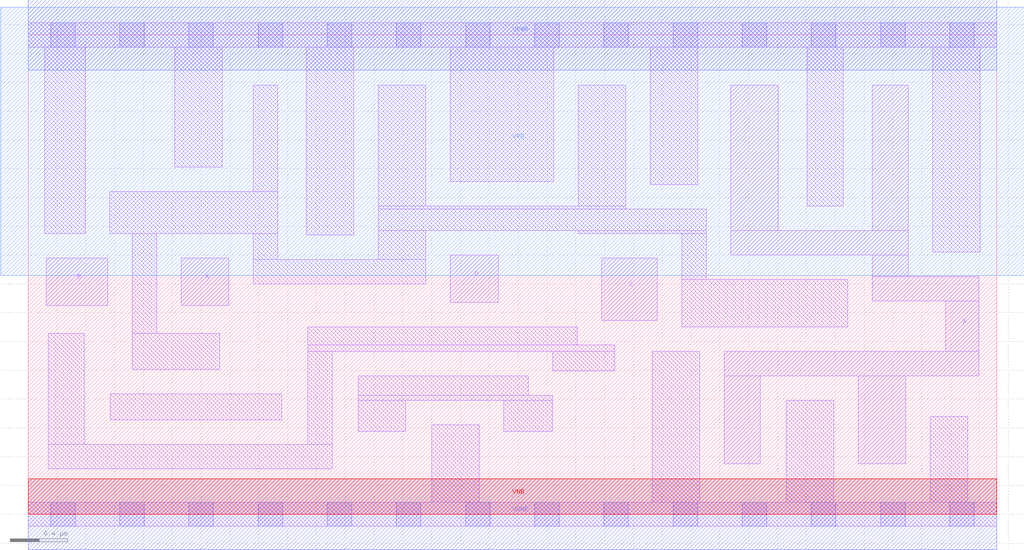
<source format=lef>
# Copyright 2020 The SkyWater PDK Authors
#
# Licensed under the Apache License, Version 2.0 (the "License");
# you may not use this file except in compliance with the License.
# You may obtain a copy of the License at
#
#     https://www.apache.org/licenses/LICENSE-2.0
#
# Unless required by applicable law or agreed to in writing, software
# distributed under the License is distributed on an "AS IS" BASIS,
# WITHOUT WARRANTIES OR CONDITIONS OF ANY KIND, either express or implied.
# See the License for the specific language governing permissions and
# limitations under the License.
#
# SPDX-License-Identifier: Apache-2.0

VERSION 5.7 ;
  NOWIREEXTENSIONATPIN ON ;
  DIVIDERCHAR "/" ;
  BUSBITCHARS "[]" ;
MACRO sky130_fd_sc_ls__and4_4
  CLASS CORE ;
  FOREIGN sky130_fd_sc_ls__and4_4 ;
  ORIGIN  0.000000  0.000000 ;
  SIZE  6.720000 BY  3.330000 ;
  SYMMETRY X Y ;
  SITE unit ;
  PIN A
    ANTENNAGATEAREA  0.492000 ;
    DIRECTION INPUT ;
    USE SIGNAL ;
    PORT
      LAYER li1 ;
        RECT 1.060000 1.450000 1.390000 1.780000 ;
    END
  END A
  PIN B
    ANTENNAGATEAREA  0.492000 ;
    DIRECTION INPUT ;
    USE SIGNAL ;
    PORT
      LAYER li1 ;
        RECT 0.125000 1.450000 0.550000 1.780000 ;
    END
  END B
  PIN C
    ANTENNAGATEAREA  0.492000 ;
    DIRECTION INPUT ;
    USE SIGNAL ;
    PORT
      LAYER li1 ;
        RECT 3.980000 1.345000 4.365000 1.780000 ;
    END
  END C
  PIN D
    ANTENNAGATEAREA  0.492000 ;
    DIRECTION INPUT ;
    USE SIGNAL ;
    PORT
      LAYER li1 ;
        RECT 2.930000 1.470000 3.260000 1.800000 ;
    END
  END D
  PIN X
    ANTENNADIFFAREA  1.164600 ;
    DIRECTION OUTPUT ;
    USE SIGNAL ;
    PORT
      LAYER li1 ;
        RECT 4.830000 0.350000 5.080000 0.960000 ;
        RECT 4.830000 0.960000 6.595000 1.130000 ;
        RECT 4.875000 1.800000 6.105000 1.970000 ;
        RECT 4.875000 1.970000 5.205000 2.980000 ;
        RECT 5.760000 0.350000 6.090000 0.960000 ;
        RECT 5.855000 1.480000 6.595000 1.650000 ;
        RECT 5.855000 1.650000 6.105000 1.800000 ;
        RECT 5.855000 1.970000 6.105000 2.980000 ;
        RECT 6.365000 1.130000 6.595000 1.480000 ;
    END
  END X
  PIN VGND
    DIRECTION INOUT ;
    SHAPE ABUTMENT ;
    USE GROUND ;
    PORT
      LAYER met1 ;
        RECT 0.000000 -0.245000 6.720000 0.245000 ;
    END
  END VGND
  PIN VNB
    DIRECTION INOUT ;
    USE GROUND ;
    PORT
      LAYER pwell ;
        RECT 0.000000 0.000000 6.720000 0.245000 ;
    END
  END VNB
  PIN VPB
    DIRECTION INOUT ;
    USE POWER ;
    PORT
      LAYER nwell ;
        RECT -0.190000 1.660000 6.910000 3.520000 ;
    END
  END VPB
  PIN VPWR
    DIRECTION INOUT ;
    SHAPE ABUTMENT ;
    USE POWER ;
    PORT
      LAYER met1 ;
        RECT 0.000000 3.085000 6.720000 3.575000 ;
    END
  END VPWR
  OBS
    LAYER li1 ;
      RECT 0.000000 -0.085000 6.720000 0.085000 ;
      RECT 0.000000  3.245000 6.720000 3.415000 ;
      RECT 0.115000  1.950000 0.395000 3.245000 ;
      RECT 0.140000  0.315000 2.110000 0.485000 ;
      RECT 0.140000  0.485000 0.390000 1.255000 ;
      RECT 0.565000  1.950000 1.730000 2.240000 ;
      RECT 0.570000  0.655000 1.760000 0.835000 ;
      RECT 0.720000  1.005000 1.330000 1.255000 ;
      RECT 0.720000  1.255000 0.890000 1.950000 ;
      RECT 1.015000  2.410000 1.345000 3.245000 ;
      RECT 1.560000  1.600000 2.760000 1.770000 ;
      RECT 1.560000  1.770000 1.730000 1.950000 ;
      RECT 1.560000  2.240000 1.730000 2.980000 ;
      RECT 1.930000  1.940000 2.260000 3.245000 ;
      RECT 1.940000  0.485000 2.110000 1.130000 ;
      RECT 1.940000  1.130000 4.070000 1.175000 ;
      RECT 1.940000  1.175000 3.810000 1.300000 ;
      RECT 2.290000  0.575000 2.620000 0.790000 ;
      RECT 2.290000  0.790000 3.640000 0.825000 ;
      RECT 2.290000  0.825000 3.470000 0.960000 ;
      RECT 2.430000  1.770000 2.760000 1.970000 ;
      RECT 2.430000  1.970000 4.705000 2.120000 ;
      RECT 2.430000  2.120000 4.145000 2.140000 ;
      RECT 2.430000  2.140000 2.760000 2.980000 ;
      RECT 2.800000  0.085000 3.130000 0.620000 ;
      RECT 2.930000  2.310000 3.645000 3.245000 ;
      RECT 3.300000  0.575000 3.640000 0.790000 ;
      RECT 3.640000  0.995000 4.070000 1.130000 ;
      RECT 3.815000  1.950000 4.705000 1.970000 ;
      RECT 3.815000  2.140000 4.145000 2.980000 ;
      RECT 4.315000  2.290000 4.645000 3.245000 ;
      RECT 4.330000  0.085000 4.660000 1.130000 ;
      RECT 4.535000  1.300000 5.685000 1.630000 ;
      RECT 4.535000  1.630000 4.705000 1.950000 ;
      RECT 5.260000  0.085000 5.590000 0.790000 ;
      RECT 5.405000  2.140000 5.655000 3.245000 ;
      RECT 6.260000  0.085000 6.520000 0.680000 ;
      RECT 6.275000  1.820000 6.605000 3.245000 ;
    LAYER mcon ;
      RECT 0.155000 -0.085000 0.325000 0.085000 ;
      RECT 0.155000  3.245000 0.325000 3.415000 ;
      RECT 0.635000 -0.085000 0.805000 0.085000 ;
      RECT 0.635000  3.245000 0.805000 3.415000 ;
      RECT 1.115000 -0.085000 1.285000 0.085000 ;
      RECT 1.115000  3.245000 1.285000 3.415000 ;
      RECT 1.595000 -0.085000 1.765000 0.085000 ;
      RECT 1.595000  3.245000 1.765000 3.415000 ;
      RECT 2.075000 -0.085000 2.245000 0.085000 ;
      RECT 2.075000  3.245000 2.245000 3.415000 ;
      RECT 2.555000 -0.085000 2.725000 0.085000 ;
      RECT 2.555000  3.245000 2.725000 3.415000 ;
      RECT 3.035000 -0.085000 3.205000 0.085000 ;
      RECT 3.035000  3.245000 3.205000 3.415000 ;
      RECT 3.515000 -0.085000 3.685000 0.085000 ;
      RECT 3.515000  3.245000 3.685000 3.415000 ;
      RECT 3.995000 -0.085000 4.165000 0.085000 ;
      RECT 3.995000  3.245000 4.165000 3.415000 ;
      RECT 4.475000 -0.085000 4.645000 0.085000 ;
      RECT 4.475000  3.245000 4.645000 3.415000 ;
      RECT 4.955000 -0.085000 5.125000 0.085000 ;
      RECT 4.955000  3.245000 5.125000 3.415000 ;
      RECT 5.435000 -0.085000 5.605000 0.085000 ;
      RECT 5.435000  3.245000 5.605000 3.415000 ;
      RECT 5.915000 -0.085000 6.085000 0.085000 ;
      RECT 5.915000  3.245000 6.085000 3.415000 ;
      RECT 6.395000 -0.085000 6.565000 0.085000 ;
      RECT 6.395000  3.245000 6.565000 3.415000 ;
  END
END sky130_fd_sc_ls__and4_4
END LIBRARY

</source>
